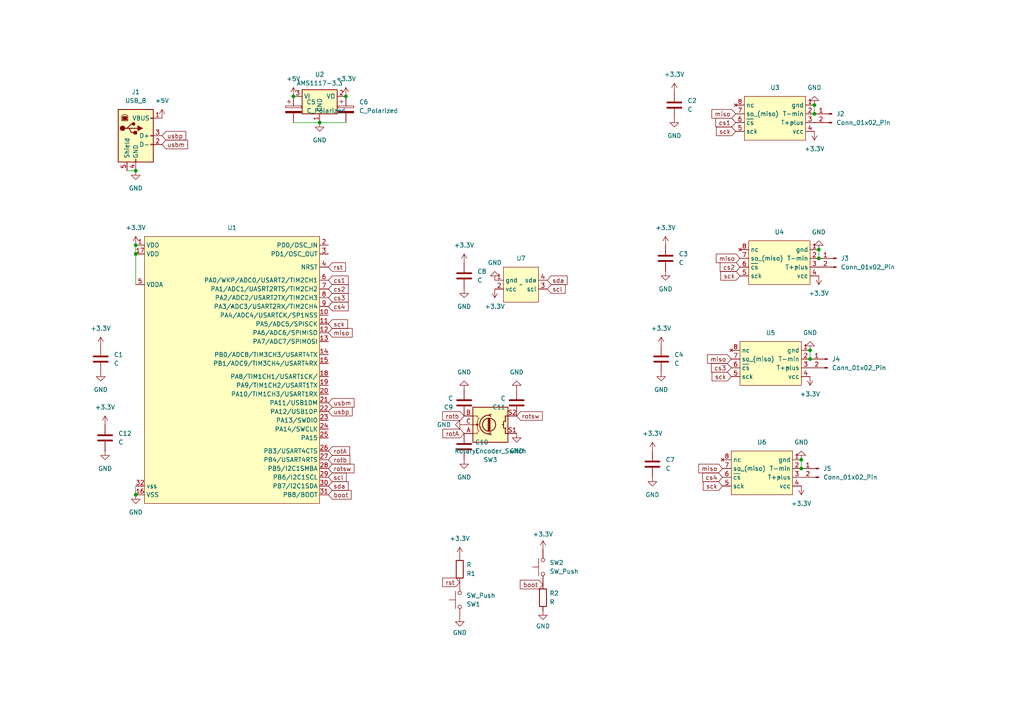
<source format=kicad_sch>
(kicad_sch (version 20230121) (generator eeschema)
  (paper "A4")
  (lib_symbols
    (symbol "Connector:Conn_01x02_Pin" (pin_names (offset 1.016) hide)
      (property "Reference" "J" (at 0 2.54 0))
      (property "Value" "Conn_01x02_Pin" (at 0 -5.08 0))
      (symbol "Conn_01x02_Pin_1_1"
        (polyline (pts (xy 1.27 -2.54) (xy 0.8636 -2.54)) (stroke (width 0.1524)))
        (polyline (pts (xy 1.27 0) (xy 0.8636 0)) (stroke (width 0.1524)))
        (rectangle (start 0.8636 -2.413) (end 0 -2.667) (stroke (width 0.1524)) (fill (type outline)))
        (rectangle (start 0.8636 0.127) (end 0 -0.127) (stroke (width 0.1524)) (fill (type outline)))
        (pin passive line (at 5.08 0 180) (length 3.81) (name "Pin_1") (number "1"))
        (pin passive line (at 5.08 -2.54 180) (length 3.81) (name "Pin_2") (number "2"))
      )
    )
    (symbol "Connector:USB_B" (pin_names (offset 1.016))
      (property "Reference" "J" (at -5.08 11.43 0))
      (property "Value" "USB_B" (at -5.08 8.89 0))
      (symbol "USB_B_0_1"
        (rectangle (start -5.08 -7.62) (end 5.08 7.62) (stroke (width 0.254)) (fill (type background)))
        (circle (center -3.81 2.159) (radius 0.635) (stroke (width 0.254)) (fill (type outline)))
        (rectangle (start -3.81 5.588) (end -2.54 4.572) (fill (type outline)))
        (circle (center -0.635 3.429) (radius 0.381) (stroke (width 0.254)) (fill (type outline)))
        (rectangle (start -0.127 -7.62) (end 0.127 -6.858))
        (polyline (pts (xy -1.905 2.159) (xy 0.635 2.159)) (stroke (width 0.254)))
        (polyline (pts (xy -3.175 2.159) (xy -2.54 2.159) (xy -1.27 3.429) (xy -0.635 3.429)) (stroke (width 0.254)))
        (polyline (pts (xy -2.54 2.159) (xy -1.905 2.159) (xy -1.27 0.889) (xy 0 0.889)) (stroke (width 0.254)))
        (polyline (pts (xy 0.635 2.794) (xy 0.635 1.524) (xy 1.905 2.159) (xy 0.635 2.794)) (stroke (width 0.254)) (fill (type outline)))
        (polyline (pts (xy -4.064 4.318) (xy -2.286 4.318) (xy -2.286 5.715) (xy -2.667 6.096) (xy -3.683 6.096) (xy -4.064 5.715) (xy -4.064 4.318)))
        (rectangle (start 0.254 1.27) (end -0.508 0.508) (stroke (width 0.254)) (fill (type outline)))
        (rectangle (start 5.08 -2.667) (end 4.318 -2.413))
        (rectangle (start 5.08 -0.127) (end 4.318 0.127))
        (rectangle (start 5.08 4.953) (end 4.318 5.207))
      )
      (symbol "USB_B_1_1"
        (pin power_out line (at 7.62 5.08 180) (length 2.54) (name "VBUS") (number "1"))
        (pin bidirectional line (at 7.62 -2.54 180) (length 2.54) (name "D-") (number "2"))
        (pin bidirectional line (at 7.62 0 180) (length 2.54) (name "D+") (number "3"))
        (pin power_out line (at 0 -10.16 90) (length 2.54) (name "GND") (number "4"))
        (pin passive line (at -2.54 -10.16 90) (length 2.54) (name "Shield") (number "5"))
      )
    )
    (symbol "Device:C" (pin_numbers hide) (pin_names (offset 0.254))
      (property "Reference" "C" (at 0.635 2.54 0))
      (property "Value" "C" (at 0.635 -2.54 0))
      (symbol "C_0_1"
        (polyline (pts (xy -2.032 -0.762) (xy 2.032 -0.762)) (stroke (width 0.508)))
        (polyline (pts (xy -2.032 0.762) (xy 2.032 0.762)) (stroke (width 0.508)))
      )
      (symbol "C_1_1"
        (pin passive line (at 0 3.81 270) (length 2.794) (name "~") (number "1"))
        (pin passive line (at 0 -3.81 90) (length 2.794) (name "~") (number "2"))
      )
    )
    (symbol "Device:C_Polarized" (pin_numbers hide) (pin_names (offset 0.254))
      (property "Reference" "C" (at 0.635 2.54 0))
      (property "Value" "C_Polarized" (at 0.635 -2.54 0))
      (symbol "C_Polarized_0_1"
        (rectangle (start -2.286 0.508) (end 2.286 1.016))
        (polyline (pts (xy -1.778 2.286) (xy -0.762 2.286)))
        (polyline (pts (xy -1.27 2.794) (xy -1.27 1.778)))
        (rectangle (start 2.286 -0.508) (end -2.286 -1.016) (fill (type outline)))
      )
      (symbol "C_Polarized_1_1"
        (pin passive line (at 0 3.81 270) (length 2.794) (name "~") (number "1"))
        (pin passive line (at 0 -3.81 90) (length 2.794) (name "~") (number "2"))
      )
    )
    (symbol "Device:R" (pin_numbers hide) (pin_names (offset 0))
      (property "Reference" "R" (at 2.032 0 90))
      (property "Value" "R" (at 0 0 90))
      (symbol "R_0_1"
        (rectangle (start -1.016 -2.54) (end 1.016 2.54) (stroke (width 0.254)))
      )
      (symbol "R_1_1"
        (pin passive line (at 0 3.81 270) (length 1.27) (name "~") (number "1"))
        (pin passive line (at 0 -3.81 90) (length 1.27) (name "~") (number "2"))
      )
    )
    (symbol "Device:RotaryEncoder_Switch" (pin_names (offset 0.254) hide)
      (property "Reference" "SW" (at 0 6.604 0))
      (property "Value" "RotaryEncoder_Switch" (at 0 -6.604 0))
      (symbol "RotaryEncoder_Switch_0_1"
        (rectangle (start -5.08 5.08) (end 5.08 -5.08) (stroke (width 0.254)) (fill (type background)))
        (circle (center -3.81 0) (radius 0.254) (fill (type outline)))
        (circle (center -0.381 0) (radius 1.905) (stroke (width 0.254)))
        (arc (start -0.381 2.667) (mid -3.0988 -0.0635) (end -0.381 -2.794) (stroke (width 0.254)))
        (polyline (pts (xy -0.635 -1.778) (xy -0.635 1.778)) (stroke (width 0.254)))
        (polyline (pts (xy -0.381 -1.778) (xy -0.381 1.778)) (stroke (width 0.254)))
        (polyline (pts (xy -0.127 1.778) (xy -0.127 -1.778)) (stroke (width 0.254)))
        (polyline (pts (xy 3.81 0) (xy 3.429 0)) (stroke (width 0.254)))
        (polyline (pts (xy 3.81 1.016) (xy 3.81 -1.016)) (stroke (width 0.254)))
        (polyline (pts (xy -5.08 -2.54) (xy -3.81 -2.54) (xy -3.81 -2.032)))
        (polyline (pts (xy -5.08 2.54) (xy -3.81 2.54) (xy -3.81 2.032)))
        (polyline (pts (xy 0.254 -3.048) (xy -0.508 -2.794) (xy 0.127 -2.413)) (stroke (width 0.254)))
        (polyline (pts (xy 0.254 2.921) (xy -0.508 2.667) (xy 0.127 2.286)) (stroke (width 0.254)))
        (polyline (pts (xy 5.08 -2.54) (xy 4.318 -2.54) (xy 4.318 -1.016)) (stroke (width 0.254)))
        (polyline (pts (xy 5.08 2.54) (xy 4.318 2.54) (xy 4.318 1.016)) (stroke (width 0.254)))
        (polyline (pts (xy -5.08 0) (xy -3.81 0) (xy -3.81 -1.016) (xy -3.302 -2.032)))
        (polyline (pts (xy -4.318 0) (xy -3.81 0) (xy -3.81 1.016) (xy -3.302 2.032)))
        (circle (center 4.318 -1.016) (radius 0.127) (stroke (width 0.254)))
        (circle (center 4.318 1.016) (radius 0.127) (stroke (width 0.254)))
      )
      (symbol "RotaryEncoder_Switch_1_1"
        (pin passive line (at -7.62 2.54 0) (length 2.54) (name "A") (number "A"))
        (pin passive line (at -7.62 -2.54 0) (length 2.54) (name "B") (number "B"))
        (pin passive line (at -7.62 0 0) (length 2.54) (name "C") (number "C"))
        (pin passive line (at 7.62 2.54 180) (length 2.54) (name "S1") (number "S1"))
        (pin passive line (at 7.62 -2.54 180) (length 2.54) (name "S2") (number "S2"))
      )
    )
    (symbol "Regulator_Linear:AMS1117-3.3"
      (property "Reference" "U" (at -3.81 3.175 0))
      (property "Value" "AMS1117-3.3" (at 0 3.175 0))
      (symbol "AMS1117-3.3_0_1"
        (rectangle (start -5.08 -5.08) (end 5.08 1.905) (stroke (width 0.254)) (fill (type background)))
      )
      (symbol "AMS1117-3.3_1_1"
        (pin power_in line (at 0 -7.62 90) (length 2.54) (name "GND") (number "1"))
        (pin power_out line (at 7.62 0 180) (length 2.54) (name "VO") (number "2"))
        (pin power_in line (at -7.62 0 0) (length 2.54) (name "VI") (number "3"))
      )
    )
    (symbol "Switch:SW_Push" (pin_numbers hide) (pin_names (offset 1.016) hide)
      (property "Reference" "SW" (at 1.27 2.54 0))
      (property "Value" "SW_Push" (at 0 -1.524 0))
      (symbol "SW_Push_0_1"
        (circle (center -2.032 0) (radius 0.508))
        (polyline (pts (xy 0 1.27) (xy 0 3.048)))
        (polyline (pts (xy 2.54 1.27) (xy -2.54 1.27)))
        (circle (center 2.032 0) (radius 0.508))
        (pin passive line (at -5.08 0 0) (length 2.54) (name "1") (number "1"))
        (pin passive line (at 5.08 0 180) (length 2.54) (name "2") (number "2"))
      )
    )
    (symbol "ch32v203:CH32V203KxT"
      (property "Reference" "U" (at 0 16.51 0))
      (symbol "CH32V203KxT_1_1"
        (rectangle (start -25.4 36.83) (end 25.4 -40.64) (fill (type background)))
        (pin power_in line (at -27.94 34.29 0) (length 2.54) (name "VDD") (number "1"))
        (pin bidirectional line (at 27.94 13.97 180) (length 2.54) (name "PA4/ADC4/USARTCK/SP1NSS") (number "10"))
        (pin bidirectional line (at 27.94 11.43 180) (length 2.54) (name "PA5/ADC5/SPISCK") (number "11"))
        (pin bidirectional line (at 27.94 8.89 180) (length 2.54) (name "PA6/ADC6/SPIMISO") (number "12"))
        (pin bidirectional line (at 27.94 6.35 180) (length 2.54) (name "PA7/ADC7/SPIMOSI") (number "13"))
        (pin bidirectional line (at 27.94 2.54 180) (length 2.54) (name "PB0/ADC8/TIM3CH3/USART4TX") (number "14"))
        (pin bidirectional line (at 27.94 0 180) (length 2.54) (name "PB1/ADC9/TIM3CH4/USART4RX") (number "15"))
        (pin power_in line (at -27.94 -38.1 0) (length 2.54) (name "VSS") (number "16"))
        (pin power_in line (at -27.94 31.75 0) (length 2.54) (name "VDD") (number "17"))
        (pin bidirectional line (at 27.94 -3.81 180) (length 2.54) (name "PA8/TIM1CH1/USART1CK/") (number "18"))
        (pin bidirectional line (at 27.94 -6.35 180) (length 2.54) (name "PA9/TIM1CH2/USART1TX") (number "19"))
        (pin bidirectional line (at 27.94 34.29 180) (length 2.54) (name "PD0/OSC_IN") (number "2"))
        (pin bidirectional line (at 27.94 -8.89 180) (length 2.54) (name "PA10/TIM1CH3/USART1RX") (number "20"))
        (pin bidirectional line (at 27.94 -11.43 180) (length 2.54) (name "PA11/USB1DM") (number "21"))
        (pin bidirectional line (at 27.94 -13.97 180) (length 2.54) (name "PA12/USB1DP") (number "22"))
        (pin bidirectional line (at 27.94 -16.51 180) (length 2.54) (name "PA13/SWDIO") (number "23"))
        (pin bidirectional line (at 27.94 -19.05 180) (length 2.54) (name "PA14/SWCLK") (number "24"))
        (pin bidirectional line (at 27.94 -21.59 180) (length 2.54) (name "PA15") (number "25"))
        (pin bidirectional line (at 27.94 -25.4 180) (length 2.54) (name "PB3/USART4CTS") (number "26"))
        (pin bidirectional line (at 27.94 -27.94 180) (length 2.54) (name "PB4/USART4RTS") (number "27"))
        (pin bidirectional line (at 27.94 -30.48 180) (length 2.54) (name "PB5/I2C1SMBA") (number "28"))
        (pin bidirectional line (at 27.94 -33.02 180) (length 2.54) (name "PB6/I2C1SCL") (number "29"))
        (pin bidirectional line (at 27.94 31.75 180) (length 2.54) (name "PD1/OSC_OUT") (number "3"))
        (pin bidirectional line (at 27.94 -35.56 180) (length 2.54) (name "PB7/I2C1SDA") (number "30"))
        (pin bidirectional line (at 27.94 -38.1 180) (length 2.54) (name "PB8/BOOT") (number "31"))
        (pin power_in line (at -27.94 -35.56 0) (length 2.54) (name "vss") (number "32"))
        (pin bidirectional line (at 27.94 27.94 180) (length 2.54) (name "NRST") (number "4"))
        (pin power_in line (at -27.94 22.86 0) (length 2.54) (name "VDDA") (number "5"))
        (pin bidirectional line (at 27.94 24.13 180) (length 2.54) (name "PA0/WKP/ADC0/USART2/TIM2CH1") (number "6"))
        (pin bidirectional line (at 27.94 21.59 180) (length 2.54) (name "PA1/ADC1/UASRT2RTS/TIM2CH2") (number "7"))
        (pin bidirectional line (at 27.94 19.05 180) (length 2.54) (name "PA2/ADC2/USART2TX/TIM2CH3") (number "8"))
        (pin bidirectional line (at 27.94 16.51 180) (length 2.54) (name "PA3/ADC3/USART2RX/TIM2CH4") (number "9"))
      )
    )
    (symbol "custom_tmp:max6675"
      (property "Reference" "U" (at 0 8.89 0))
      (symbol "max6675_1_1"
        (rectangle (start -8.89 6.35) (end 8.89 -6.35) (fill (type background)))
        (pin power_in line (at -11.43 3.81 0) (length 2.54) (name "gnd") (number "1"))
        (pin input line (at -11.43 1.27 0) (length 2.54) (name "T-min") (number "2"))
        (pin input line (at -11.43 -1.27 0) (length 2.54) (name "T+plus") (number "3"))
        (pin power_in line (at -11.43 -3.81 0) (length 2.54) (name "vcc") (number "4"))
        (pin input line (at 11.43 -3.81 180) (length 2.54) (name "sck") (number "5"))
        (pin input line (at 11.43 -1.27 180) (length 2.54) (name "~{cs}") (number "6"))
        (pin output line (at 11.43 1.27 180) (length 2.54) (name "so_(miso)") (number "7"))
        (pin no_connect line (at 11.43 3.81 180) (length 2.54) (name "nc") (number "8"))
      )
    )
    (symbol "custom_tmp:ssd1306"
      (property "Reference" "U" (at 0 0 0))
      (symbol "ssd1306_1_1"
        (rectangle (start -5.08 5.08) (end 5.08 -5.08) (fill (type background)))
        (pin power_in line (at -7.62 1.27 0) (length 2.54) (name "gnd") (number "1"))
        (pin power_in line (at -7.62 -1.27 0) (length 2.54) (name "vcc") (number "2"))
        (pin input line (at 7.62 -1.27 180) (length 2.54) (name "scl") (number "3"))
        (pin bidirectional line (at 7.62 1.27 180) (length 2.54) (name "sda") (number "4"))
      )
    )
    (symbol "power:+3.3V" (power) (pin_names (offset 0))
      (property "Value" "+3.3V" (at 0 3.556 0))
      (symbol "+3.3V_0_1"
        (polyline (pts (xy -0.762 1.27) (xy 0 2.54)))
        (polyline (pts (xy 0 0) (xy 0 2.54)))
        (polyline (pts (xy 0 2.54) (xy 0.762 1.27)))
      )
      (symbol "+3.3V_1_1"
        (pin power_in line (at 0 0 90) (length 0) hide (name "+3.3V") (number "1"))
      )
    )
    (symbol "power:+5V" (power) (pin_names (offset 0))
      (property "Value" "+5V" (at 0 3.556 0))
      (symbol "+5V_0_1"
        (polyline (pts (xy -0.762 1.27) (xy 0 2.54)))
        (polyline (pts (xy 0 0) (xy 0 2.54)))
        (polyline (pts (xy 0 2.54) (xy 0.762 1.27)))
      )
      (symbol "+5V_1_1"
        (pin power_in line (at 0 0 90) (length 0) hide (name "+5V") (number "1"))
      )
    )
    (symbol "power:GND" (power) (pin_names (offset 0))
      (property "Value" "GND" (at 0 -3.81 0))
      (symbol "GND_0_1"
        (polyline (pts (xy 0 0) (xy 0 -1.27) (xy 1.27 -1.27) (xy 0 -2.54) (xy -1.27 -1.27) (xy 0 -1.27)))
      )
      (symbol "GND_1_1"
        (pin power_in line (at 0 0 270) (length 0) hide (name "GND") (number "1"))
      )
    )
  )
  (junction (at 237.49 72.39))
  (junction (at 234.95 101.6))
  (junction (at 232.41 133.35))
  (junction (at 232.41 135.89))
  (junction (at 92.71 35.56))
  (junction (at 100.33 27.94))
  (junction (at 39.37 49.53))
  (junction (at 236.22 30.48))
  (junction (at 234.95 104.14))
  (junction (at 39.37 73.66))
  (junction (at 236.22 33.02))
  (junction (at 85.09 27.94))
  (junction (at 39.37 143.51))
  (junction (at 237.49 74.93))
  (junction (at 39.37 71.12))
  (wire (pts (xy 36.83 49.53) (xy 39.37 49.53)))
  (wire (pts (xy 232.41 133.35) (xy 232.41 135.89)))
  (wire (pts (xy 236.22 30.48) (xy 236.22 33.02)))
  (wire (pts (xy 234.95 101.6) (xy 234.95 104.14)))
  (wire (pts (xy 92.71 35.56) (xy 100.33 35.56)))
  (wire (pts (xy 39.37 140.97) (xy 39.37 143.51)))
  (wire (pts (xy 39.37 73.66) (xy 39.37 82.55)))
  (wire (pts (xy 237.49 72.39) (xy 237.49 74.93)))
  (wire (pts (xy 39.37 71.12) (xy 39.37 73.66)))
  (wire (pts (xy 85.09 35.56) (xy 92.71 35.56)))
  (global_label "miso" (shape input) (at 212.09 104.14 180) (property "Intersheetrefs" "${INTERSHEET_REFS}" (effects hide)))
  (global_label "sda" (shape input) (at 158.75 81.28 0) (property "Intersheetrefs" "${INTERSHEET_REFS}" (effects hide)))
  (global_label "sck" (shape input) (at 95.25 93.98 0) (property "Intersheetrefs" "${INTERSHEET_REFS}" (effects hide)))
  (global_label "usbm" (shape input) (at 46.99 41.91 0) (property "Intersheetrefs" "${INTERSHEET_REFS}" (effects hide)))
  (global_label "boot" (shape input) (at 157.48 169.545 180) (property "Intersheetrefs" "${INTERSHEET_REFS}" (effects hide)))
  (global_label "usbm" (shape input) (at 95.25 116.84 0) (property "Intersheetrefs" "${INTERSHEET_REFS}" (effects hide)))
  (global_label "rotA" (shape input) (at 95.25 130.81 0) (property "Intersheetrefs" "${INTERSHEET_REFS}" (effects hide)))
  (global_label "sck" (shape input) (at 209.55 140.97 180) (property "Intersheetrefs" "${INTERSHEET_REFS}" (effects hide)))
  (global_label "usbp" (shape input) (at 46.99 39.37 0) (property "Intersheetrefs" "${INTERSHEET_REFS}" (effects hide)))
  (global_label "sck" (shape input) (at 213.36 38.1 180) (property "Intersheetrefs" "${INTERSHEET_REFS}" (effects hide)))
  (global_label "scl" (shape input) (at 158.75 83.82 0) (property "Intersheetrefs" "${INTERSHEET_REFS}" (effects hide)))
  (global_label "miso" (shape input) (at 95.25 96.52 0) (property "Intersheetrefs" "${INTERSHEET_REFS}" (effects hide)))
  (global_label "rotb" (shape input) (at 134.62 120.65 180) (property "Intersheetrefs" "${INTERSHEET_REFS}" (effects hide)))
  (global_label "miso" (shape input) (at 214.63 74.93 180) (property "Intersheetrefs" "${INTERSHEET_REFS}" (effects hide)))
  (global_label "cs1" (shape input) (at 213.36 35.56 180) (property "Intersheetrefs" "${INTERSHEET_REFS}" (effects hide)))
  (global_label "rst" (shape input) (at 95.25 77.47 0) (property "Intersheetrefs" "${INTERSHEET_REFS}" (effects hide)))
  (global_label "boot" (shape input) (at 95.25 143.51 0) (property "Intersheetrefs" "${INTERSHEET_REFS}" (effects hide)))
  (global_label "cs2" (shape input) (at 214.63 77.47 180) (property "Intersheetrefs" "${INTERSHEET_REFS}" (effects hide)))
  (global_label "cs4" (shape input) (at 209.55 138.43 180) (property "Intersheetrefs" "${INTERSHEET_REFS}" (effects hide)))
  (global_label "cs2" (shape input) (at 95.25 83.82 0) (property "Intersheetrefs" "${INTERSHEET_REFS}" (effects hide)))
  (global_label "cs3" (shape input) (at 212.09 106.68 180) (property "Intersheetrefs" "${INTERSHEET_REFS}" (effects hide)))
  (global_label "cs1" (shape input) (at 95.25 81.28 0) (property "Intersheetrefs" "${INTERSHEET_REFS}" (effects hide)))
  (global_label "miso" (shape input) (at 213.36 33.02 180) (property "Intersheetrefs" "${INTERSHEET_REFS}" (effects hide)))
  (global_label "scl" (shape input) (at 95.25 138.43 0) (property "Intersheetrefs" "${INTERSHEET_REFS}" (effects hide)))
  (global_label "rotA" (shape input) (at 134.62 125.73 180) (property "Intersheetrefs" "${INTERSHEET_REFS}" (effects hide)))
  (global_label "sck" (shape input) (at 212.09 109.22 180) (property "Intersheetrefs" "${INTERSHEET_REFS}" (effects hide)))
  (global_label "cs3" (shape input) (at 95.25 86.36 0) (property "Intersheetrefs" "${INTERSHEET_REFS}" (effects hide)))
  (global_label "sck" (shape input) (at 214.63 80.01 180) (property "Intersheetrefs" "${INTERSHEET_REFS}" (effects hide)))
  (global_label "miso" (shape input) (at 209.55 135.89 180) (property "Intersheetrefs" "${INTERSHEET_REFS}" (effects hide)))
  (global_label "usbp" (shape input) (at 95.25 119.38 0) (property "Intersheetrefs" "${INTERSHEET_REFS}" (effects hide)))
  (global_label "cs4" (shape input) (at 95.25 88.9 0) (property "Intersheetrefs" "${INTERSHEET_REFS}" (effects hide)))
  (global_label "rotsw" (shape input) (at 95.25 135.89 0) (property "Intersheetrefs" "${INTERSHEET_REFS}" (effects hide)))
  (global_label "rst" (shape input) (at 133.35 168.91 180) (property "Intersheetrefs" "${INTERSHEET_REFS}" (effects hide)))
  (global_label "rotsw" (shape input) (at 149.86 120.65 0) (property "Intersheetrefs" "${INTERSHEET_REFS}" (effects hide)))
  (global_label "sda" (shape input) (at 95.25 140.97 0) (property "Intersheetrefs" "${INTERSHEET_REFS}" (effects hide)))
  (global_label "rotb" (shape input) (at 95.25 133.35 0) (property "Intersheetrefs" "${INTERSHEET_REFS}" (effects hide)))
  (symbol (lib_id "ch32v203:CH32V203KxT") (at 67.31 105.41 0) (unit 1)
    (property "Reference" "U1" (at 67.31 66.04 0))
    (property "Value" "~" (at 67.31 88.9 0))
    (property "Footprint" "Package_QFP:LQFP-32_7x7mm_P0.8mm" (effects hide))
  )
  (symbol (lib_id "power:+5V") (at 85.09 27.94 0) (unit 1)
    (property "Reference" "#PWR018" (effects hide))
    (property "Value" "+5V" (at 85.09 22.86 0))
  )
  (symbol (lib_id "power:GND") (at 237.49 72.39 180) (unit 1)
    (property "Reference" "#PWR015" (effects hide))
    (property "Value" "GND" (at 237.49 67.31 0))
  )
  (symbol (lib_id "Switch:SW_Push") (at 133.35 173.99 90) (mirror x) (unit 1)
    (property "Reference" "SW1" (at 135.255 175.26 90) (effects (justify right)))
    (property "Value" "SW_Push" (at 135.255 172.72 90) (effects (justify right)))
    (property "Footprint" "Button_Switch_THT:SW_PUSH_6mm" (effects hide))
  )
  (symbol (lib_id "power:GND") (at 30.48 130.81 0) (unit 1)
    (property "Reference" "#PWR040" (effects hide))
    (property "Value" "GND" (at 30.48 135.89 0))
  )
  (symbol (lib_id "Device:C_Polarized") (at 85.09 31.75 0) (unit 1)
    (property "Reference" "C5" (at 88.9 29.591 0) (effects (justify left)))
    (property "Value" "C_Polarized" (at 88.9 32.131 0) (effects (justify left)))
    (property "Footprint" "Capacitor_THT:CP_Radial_D5.0mm_P2.00mm" (effects hide))
  )
  (symbol (lib_id "power:GND") (at 232.41 133.35 180) (unit 1)
    (property "Reference" "#PWR022" (effects hide))
    (property "Value" "GND" (at 232.41 128.27 0))
  )
  (symbol (lib_id "power:GND") (at 189.23 138.43 0) (unit 1)
    (property "Reference" "#PWR025" (effects hide))
    (property "Value" "GND" (at 189.23 143.51 0))
  )
  (symbol (lib_id "power:GND") (at 134.62 113.03 180) (unit 1)
    (property "Reference" "#PWR034" (effects hide))
    (property "Value" "GND" (at 134.62 107.95 0))
  )
  (symbol (lib_id "Device:C") (at 193.04 74.93 0) (unit 1)
    (property "Reference" "C3" (at 196.85 73.66 0) (effects (justify left)))
    (property "Value" "C" (at 196.85 76.2 0) (effects (justify left)))
    (property "Footprint" "Capacitor_SMD:C_1206_3216Metric_Pad1.33x1.80mm_HandSolder" (effects hide))
  )
  (symbol (lib_id "power:GND") (at 236.22 30.48 180) (unit 1)
    (property "Reference" "#PWR016" (effects hide))
    (property "Value" "GND" (at 236.22 25.4 0))
  )
  (symbol (lib_id "power:GND") (at 157.48 177.165 0) (unit 1)
    (property "Reference" "#PWR029" (effects hide))
    (property "Value" "GND" (at 157.48 181.61 0))
  )
  (symbol (lib_id "power:+3.3V") (at 143.51 83.82 180) (unit 1)
    (property "Reference" "#PWR031" (effects hide))
    (property "Value" "+3.3V" (at 143.51 88.9 0))
  )
  (symbol (lib_id "custom_tmp:max6675") (at 224.79 34.29 0) (mirror y) (unit 1)
    (property "Reference" "U3" (at 224.79 25.4 0))
    (property "Value" "~" (at 229.87 35.56 0))
    (property "Footprint" "Package_SO:SO-8_5.3x6.2mm_P1.27mm" (effects hide))
    (property "Datasheet" "https://www.analog.com/media/en/technical-documentation/data-sheets/max6675.pdf" (effects hide))
  )
  (symbol (lib_id "custom_tmp:max6675") (at 220.98 137.16 0) (mirror y) (unit 1)
    (property "Reference" "U6" (at 220.98 128.27 0))
    (property "Value" "~" (at 226.06 138.43 0))
    (property "Footprint" "Package_SO:SO-8_5.3x6.2mm_P1.27mm" (effects hide))
    (property "Datasheet" "https://www.analog.com/media/en/technical-documentation/data-sheets/max6675.pdf" (effects hide))
  )
  (symbol (lib_id "power:GND") (at 234.95 101.6 180) (unit 1)
    (property "Reference" "#PWR014" (effects hide))
    (property "Value" "GND" (at 234.95 96.52 0))
  )
  (symbol (lib_id "power:GND") (at 133.35 179.07 0) (mirror y) (unit 1)
    (property "Reference" "#PWR027" (effects hide))
    (property "Value" "GND" (at 133.35 183.515 0))
  )
  (symbol (lib_id "Device:C") (at 134.62 116.84 180) (unit 1)
    (property "Reference" "C9" (at 131.445 118.11 0) (effects (justify left)))
    (property "Value" "C" (at 131.445 115.57 0) (effects (justify left)))
    (property "Footprint" "Capacitor_SMD:C_1206_3216Metric_Pad1.33x1.80mm_HandSolder" (effects hide))
  )
  (symbol (lib_id "power:GND") (at 29.21 107.95 0) (unit 1)
    (property "Reference" "#PWR04" (effects hide))
    (property "Value" "GND" (at 29.21 113.03 0))
  )
  (symbol (lib_id "custom_tmp:max6675") (at 223.52 105.41 0) (mirror y) (unit 1)
    (property "Reference" "U5" (at 223.52 96.52 0))
    (property "Value" "~" (at 228.6 106.68 0))
    (property "Footprint" "Package_SO:SO-8_5.3x6.2mm_P1.27mm" (effects hide))
    (property "Datasheet" "https://www.analog.com/media/en/technical-documentation/data-sheets/max6675.pdf" (effects hide))
  )
  (symbol (lib_id "power:GND") (at 193.04 78.74 0) (unit 1)
    (property "Reference" "#PWR08" (effects hide))
    (property "Value" "GND" (at 193.04 83.82 0))
  )
  (symbol (lib_id "power:+3.3V") (at 237.49 80.01 180) (unit 1)
    (property "Reference" "#PWR012" (effects hide))
    (property "Value" "+3.3V" (at 237.49 85.09 0))
  )
  (symbol (lib_id "power:+3.3V") (at 236.22 38.1 180) (unit 1)
    (property "Reference" "#PWR011" (effects hide))
    (property "Value" "+3.3V" (at 236.22 43.18 0))
  )
  (symbol (lib_id "power:+5V") (at 46.99 34.29 0) (unit 1)
    (property "Reference" "#PWR017" (effects hide))
    (property "Value" "+5V" (at 46.99 29.21 0))
  )
  (symbol (lib_id "power:GND") (at 191.77 107.95 0) (unit 1)
    (property "Reference" "#PWR010" (effects hide))
    (property "Value" "GND" (at 191.77 113.03 0))
  )
  (symbol (lib_id "custom_tmp:ssd1306") (at 151.13 82.55 0) (unit 1)
    (property "Reference" "U7" (at 151.13 74.93 0))
    (property "Value" "~" (at 151.13 82.55 0))
    (property "Footprint" "custom_oud:0_96_oled" (effects hide))
  )
  (symbol (lib_id "Device:C") (at 134.62 129.54 0) (unit 1)
    (property "Reference" "C10" (at 137.795 128.27 0) (effects (justify left)))
    (property "Value" "C" (at 137.795 130.81 0) (effects (justify left)))
    (property "Footprint" "Capacitor_SMD:C_1206_3216Metric_Pad1.33x1.80mm_HandSolder" (effects hide))
  )
  (symbol (lib_id "Connector:Conn_01x02_Pin") (at 237.49 135.89 0) (mirror y) (unit 1)
    (property "Reference" "J5" (at 238.76 135.89 0) (effects (justify right)))
    (property "Value" "Conn_01x02_Pin" (at 238.76 138.43 0) (effects (justify right)))
    (property "Footprint" "Connector_Phoenix_MC_HighVoltage:PhoenixContact_MCV_1,5_2-G-5.08_1x02_P5.08mm_Vertical" (effects hide))
  )
  (symbol (lib_id "power:GND") (at 149.86 113.03 180) (unit 1)
    (property "Reference" "#PWR037" (effects hide))
    (property "Value" "GND" (at 149.86 107.95 0))
  )
  (symbol (lib_id "Connector:Conn_01x02_Pin") (at 241.3 33.02 0) (mirror y) (unit 1)
    (property "Reference" "J2" (at 242.57 33.02 0) (effects (justify right)))
    (property "Value" "Conn_01x02_Pin" (at 242.57 35.56 0) (effects (justify right)))
    (property "Footprint" "Connector_Phoenix_MC_HighVoltage:PhoenixContact_MCV_1,5_2-G-5.08_1x02_P5.08mm_Vertical" (effects hide))
  )
  (symbol (lib_id "Connector:Conn_01x02_Pin") (at 240.03 104.14 0) (mirror y) (unit 1)
    (property "Reference" "J4" (at 241.3 104.14 0) (effects (justify right)))
    (property "Value" "Conn_01x02_Pin" (at 241.3 106.68 0) (effects (justify right)))
    (property "Footprint" "Connector_Phoenix_MC_HighVoltage:PhoenixContact_MCV_1,5_2-G-5.08_1x02_P5.08mm_Vertical" (effects hide))
  )
  (symbol (lib_id "power:+3.3V") (at 189.23 130.81 0) (unit 1)
    (property "Reference" "#PWR024" (effects hide))
    (property "Value" "+3.3V" (at 189.23 125.73 0))
  )
  (symbol (lib_id "Switch:SW_Push") (at 157.48 164.465 90) (unit 1)
    (property "Reference" "SW2" (at 159.385 163.195 90) (effects (justify right)))
    (property "Value" "SW_Push" (at 159.385 165.735 90) (effects (justify right)))
    (property "Footprint" "Button_Switch_THT:SW_PUSH_6mm" (effects hide))
  )
  (symbol (lib_id "custom_tmp:max6675") (at 226.06 76.2 0) (mirror y) (unit 1)
    (property "Reference" "U4" (at 226.06 67.31 0))
    (property "Value" "~" (at 231.14 77.47 0))
    (property "Footprint" "Package_SO:SO-8_5.3x6.2mm_P1.27mm" (effects hide))
    (property "Datasheet" "https://www.analog.com/media/en/technical-documentation/data-sheets/max6675.pdf" (effects hide))
  )
  (symbol (lib_id "power:GND") (at 92.71 35.56 0) (unit 1)
    (property "Reference" "#PWR020" (effects hide))
    (property "Value" "GND" (at 92.71 40.64 0))
  )
  (symbol (lib_id "Device:RotaryEncoder_Switch") (at 142.24 123.19 0) (mirror x) (unit 1)
    (property "Reference" "SW3" (at 142.24 133.35 0))
    (property "Value" "RotaryEncoder_Switch" (at 142.24 130.81 0))
    (property "Footprint" "custom_oud:RotaryEncoder_Alps_EC11E-Switch_Vertical_H20mm_CircularMountingHoles" (effects hide))
  )
  (symbol (lib_id "power:+3.3V") (at 29.21 100.33 0) (unit 1)
    (property "Reference" "#PWR03" (effects hide))
    (property "Value" "+3.3V" (at 29.21 95.25 0))
  )
  (symbol (lib_id "power:+3.3V") (at 191.77 100.33 0) (unit 1)
    (property "Reference" "#PWR09" (effects hide))
    (property "Value" "+3.3V" (at 191.77 95.25 0))
  )
  (symbol (lib_id "power:GND") (at 39.37 143.51 0) (unit 1)
    (property "Reference" "#PWR02" (effects hide))
    (property "Value" "GND" (at 39.37 148.59 0))
  )
  (symbol (lib_id "power:GND") (at 39.37 49.53 0) (unit 1)
    (property "Reference" "#PWR019" (effects hide))
    (property "Value" "GND" (at 39.37 54.61 0))
  )
  (symbol (lib_id "power:GND") (at 195.58 34.29 0) (unit 1)
    (property "Reference" "#PWR06" (effects hide))
    (property "Value" "GND" (at 195.58 39.37 0))
  )
  (symbol (lib_id "Device:C") (at 30.48 127 0) (unit 1)
    (property "Reference" "C12" (at 34.29 125.73 0) (effects (justify left)))
    (property "Value" "C" (at 34.29 128.27 0) (effects (justify left)))
    (property "Footprint" "Capacitor_SMD:C_1206_3216Metric_Pad1.33x1.80mm_HandSolder" (effects hide))
  )
  (symbol (lib_id "Regulator_Linear:AMS1117-3.3") (at 92.71 27.94 0) (unit 1)
    (property "Reference" "U2" (at 92.71 21.59 0))
    (property "Value" "AMS1117-3.3" (at 92.71 24.13 0))
    (property "Footprint" "Package_TO_SOT_SMD:SOT-223-3_TabPin2" (effects hide))
    (property "Datasheet" "http://www.advanced-monolithic.com/pdf/ds1117.pdf" (effects hide))
  )
  (symbol (lib_id "Device:C_Polarized") (at 100.33 31.75 0) (unit 1)
    (property "Reference" "C6" (at 104.14 29.591 0) (effects (justify left)))
    (property "Value" "C_Polarized" (at 104.14 32.131 0) (effects (justify left)))
    (property "Footprint" "Capacitor_THT:CP_Radial_D5.0mm_P2.00mm" (effects hide))
  )
  (symbol (lib_id "power:GND") (at 149.86 125.73 0) (unit 1)
    (property "Reference" "#PWR038" (effects hide))
    (property "Value" "GND" (at 149.86 130.81 0))
  )
  (symbol (lib_id "power:GND") (at 134.62 133.35 0) (unit 1)
    (property "Reference" "#PWR036" (effects hide))
    (property "Value" "GND" (at 134.62 138.43 0))
  )
  (symbol (lib_id "Connector:Conn_01x02_Pin") (at 242.57 74.93 0) (mirror y) (unit 1)
    (property "Reference" "J3" (at 243.84 74.93 0) (effects (justify right)))
    (property "Value" "Conn_01x02_Pin" (at 243.84 77.47 0) (effects (justify right)))
    (property "Footprint" "Connector_Phoenix_MC_HighVoltage:PhoenixContact_MCV_1,5_2-G-5.08_1x02_P5.08mm_Vertical" (effects hide))
  )
  (symbol (lib_id "power:+3.3V") (at 232.41 140.97 180) (unit 1)
    (property "Reference" "#PWR023" (effects hide))
    (property "Value" "+3.3V" (at 232.41 146.05 0))
  )
  (symbol (lib_id "power:+3.3V") (at 195.58 26.67 0) (unit 1)
    (property "Reference" "#PWR05" (effects hide))
    (property "Value" "+3.3V" (at 195.58 21.59 0))
  )
  (symbol (lib_id "Connector:USB_B") (at 39.37 39.37 0) (unit 1)
    (property "Reference" "J1" (at 39.37 26.67 0))
    (property "Value" "USB_B" (at 39.37 29.21 0))
    (property "Footprint" "custom_oud:usb_b_lumberg_ali" (effects hide))
    (property "Datasheet" " ~" (effects hide))
  )
  (symbol (lib_id "Device:C") (at 195.58 30.48 0) (unit 1)
    (property "Reference" "C2" (at 199.39 29.21 0) (effects (justify left)))
    (property "Value" "C" (at 199.39 31.75 0) (effects (justify left)))
    (property "Footprint" "Capacitor_SMD:C_1206_3216Metric_Pad1.33x1.80mm_HandSolder" (effects hide))
  )
  (symbol (lib_id "power:+3.3V") (at 134.62 76.2 0) (unit 1)
    (property "Reference" "#PWR032" (effects hide))
    (property "Value" "+3.3V" (at 134.62 71.12 0))
  )
  (symbol (lib_id "power:+3.3V") (at 30.48 123.19 0) (unit 1)
    (property "Reference" "#PWR039" (effects hide))
    (property "Value" "+3.3V" (at 30.48 118.11 0))
  )
  (symbol (lib_id "power:+3.3V") (at 100.33 27.94 0) (unit 1)
    (property "Reference" "#PWR021" (effects hide))
    (property "Value" "+3.3V" (at 100.33 22.86 0))
  )
  (symbol (lib_id "Device:C") (at 134.62 80.01 0) (unit 1)
    (property "Reference" "C8" (at 138.43 78.74 0) (effects (justify left)))
    (property "Value" "C" (at 138.43 81.28 0) (effects (justify left)))
    (property "Footprint" "Capacitor_SMD:C_1206_3216Metric_Pad1.33x1.80mm_HandSolder" (effects hide))
  )
  (symbol (lib_id "power:GND") (at 134.62 83.82 0) (unit 1)
    (property "Reference" "#PWR033" (effects hide))
    (property "Value" "GND" (at 134.62 88.9 0))
  )
  (symbol (lib_id "Device:C") (at 189.23 134.62 0) (unit 1)
    (property "Reference" "C7" (at 193.04 133.35 0) (effects (justify left)))
    (property "Value" "C" (at 193.04 135.89 0) (effects (justify left)))
    (property "Footprint" "Capacitor_SMD:C_1206_3216Metric_Pad1.33x1.80mm_HandSolder" (effects hide))
  )
  (symbol (lib_id "Device:R") (at 133.35 165.1 0) (mirror x) (unit 1)
    (property "Reference" "R1" (at 135.255 166.37 0) (effects (justify left)))
    (property "Value" "R" (at 135.255 163.83 0) (effects (justify left)))
    (property "Footprint" "Resistor_THT:R_Axial_DIN0207_L6.3mm_D2.5mm_P7.62mm_Horizontal" (effects hide))
  )
  (symbol (lib_id "Device:C") (at 29.21 104.14 0) (unit 1)
    (property "Reference" "C1" (at 33.02 102.87 0) (effects (justify left)))
    (property "Value" "C" (at 33.02 105.41 0) (effects (justify left)))
    (property "Footprint" "Capacitor_SMD:C_1206_3216Metric_Pad1.33x1.80mm_HandSolder" (effects hide))
  )
  (symbol (lib_id "Device:C") (at 149.86 116.84 180) (unit 1)
    (property "Reference" "C11" (at 146.685 118.11 0) (effects (justify left)))
    (property "Value" "C" (at 146.685 115.57 0) (effects (justify left)))
    (property "Footprint" "Capacitor_SMD:C_1206_3216Metric_Pad1.33x1.80mm_HandSolder" (effects hide))
  )
  (symbol (lib_id "Device:C") (at 191.77 104.14 0) (unit 1)
    (property "Reference" "C4" (at 195.58 102.87 0) (effects (justify left)))
    (property "Value" "C" (at 195.58 105.41 0) (effects (justify left)))
    (property "Footprint" "Capacitor_SMD:C_1206_3216Metric_Pad1.33x1.80mm_HandSolder" (effects hide))
  )
  (symbol (lib_id "power:+3.3V") (at 234.95 109.22 180) (unit 1)
    (property "Reference" "#PWR013" (effects hide))
    (property "Value" "+3.3V" (at 234.95 114.3 0))
  )
  (symbol (lib_id "power:GND") (at 143.51 81.28 180) (unit 1)
    (property "Reference" "#PWR030" (effects hide))
    (property "Value" "GND" (at 143.51 76.2 0))
  )
  (symbol (lib_id "power:GND") (at 134.62 123.19 270) (unit 1)
    (property "Reference" "#PWR035" (effects hide))
    (property "Value" "GND" (at 130.81 123.19 90) (effects (justify right)))
  )
  (symbol (lib_id "Device:R") (at 157.48 173.355 0) (unit 1)
    (property "Reference" "R2" (at 159.385 172.085 0) (effects (justify left)))
    (property "Value" "R" (at 159.385 174.625 0) (effects (justify left)))
    (property "Footprint" "Resistor_THT:R_Axial_DIN0207_L6.3mm_D2.5mm_P7.62mm_Horizontal" (effects hide))
  )
  (symbol (lib_id "power:+3.3V") (at 157.48 159.385 0) (unit 1)
    (property "Reference" "#PWR028" (effects hide))
    (property "Value" "+3.3V" (at 157.48 154.94 0))
  )
  (symbol (lib_id "power:+3.3V") (at 193.04 71.12 0) (unit 1)
    (property "Reference" "#PWR07" (effects hide))
    (property "Value" "+3.3V" (at 193.04 66.04 0))
  )
  (symbol (lib_id "power:+3.3V") (at 133.35 161.29 0) (mirror y) (unit 1)
    (property "Reference" "#PWR026" (effects hide))
    (property "Value" "+3.3V" (at 133.35 156.21 0))
  )
  (symbol (lib_id "power:+3.3V") (at 39.37 71.12 0) (unit 1)
    (property "Reference" "#PWR01" (effects hide))
    (property "Value" "+3.3V" (at 39.37 66.04 0))
  )
)
</source>
